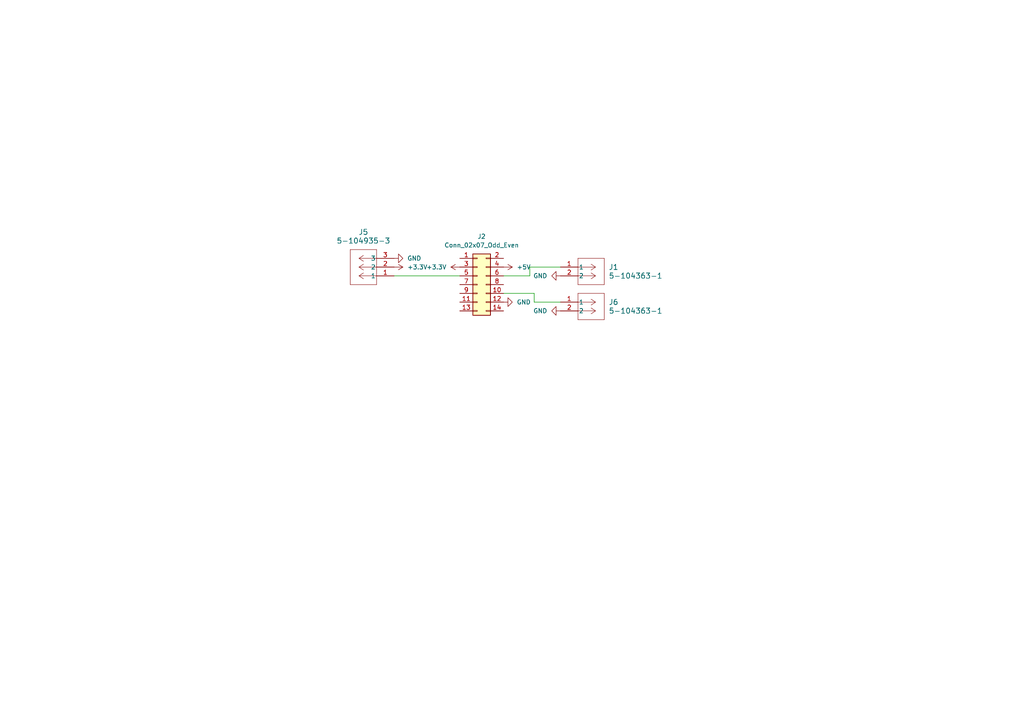
<source format=kicad_sch>
(kicad_sch (version 20230121) (generator eeschema)
  (paper "A4")
  (lib_symbols
    (symbol "2023-10-03_22-41-26:5-104935-3" (pin_names (offset 0.254))
      (property "Reference" "J" (at 8.89 6.35 0))
      (property "Value" "5-104935-3" (at 0 0 0))
      (symbol "5-104935-3_1_1"
        (polyline (pts (xy 5.08 -7.62) (xy 12.7 -7.62)) (stroke (width 0.127)))
        (polyline (pts (xy 5.08 2.54) (xy 5.08 -7.62)) (stroke (width 0.127)))
        (polyline (pts (xy 10.16 -5.08) (xy 5.08 -5.08)) (stroke (width 0.127)))
        (polyline (pts (xy 10.16 -5.08) (xy 8.89 -5.9267)) (stroke (width 0.127)))
        (polyline (pts (xy 10.16 -5.08) (xy 8.89 -4.2333)) (stroke (width 0.127)))
        (polyline (pts (xy 10.16 -2.54) (xy 5.08 -2.54)) (stroke (width 0.127)))
        (polyline (pts (xy 10.16 -2.54) (xy 8.89 -3.3867)) (stroke (width 0.127)))
        (polyline (pts (xy 10.16 -2.54) (xy 8.89 -1.6933)) (stroke (width 0.127)))
        (polyline (pts (xy 10.16 0) (xy 5.08 0)) (stroke (width 0.127)))
        (polyline (pts (xy 10.16 0) (xy 8.89 -0.8467)) (stroke (width 0.127)))
        (polyline (pts (xy 10.16 0) (xy 8.89 0.8467)) (stroke (width 0.127)))
        (polyline (pts (xy 12.7 -7.62) (xy 12.7 2.54)) (stroke (width 0.127)))
        (polyline (pts (xy 12.7 2.54) (xy 5.08 2.54)) (stroke (width 0.127)))
        (pin unspecified line (at 0 0 0) (length 5.08) (name "1") (number "1"))
        (pin unspecified line (at 0 -2.54 0) (length 5.08) (name "2") (number "2"))
        (pin unspecified line (at 0 -5.08 0) (length 5.08) (name "3") (number "3"))
      )
      (symbol "5-104935-3_1_2"
        (polyline (pts (xy 5.08 -7.62) (xy 12.7 -7.62)) (stroke (width 0.127)))
        (polyline (pts (xy 5.08 2.54) (xy 5.08 -7.62)) (stroke (width 0.127)))
        (polyline (pts (xy 7.62 -5.08) (xy 5.08 -5.08)) (stroke (width 0.127)))
        (polyline (pts (xy 7.62 -5.08) (xy 8.89 -5.9267)) (stroke (width 0.127)))
        (polyline (pts (xy 7.62 -5.08) (xy 8.89 -4.2333)) (stroke (width 0.127)))
        (polyline (pts (xy 7.62 -2.54) (xy 5.08 -2.54)) (stroke (width 0.127)))
        (polyline (pts (xy 7.62 -2.54) (xy 8.89 -3.3867)) (stroke (width 0.127)))
        (polyline (pts (xy 7.62 -2.54) (xy 8.89 -1.6933)) (stroke (width 0.127)))
        (polyline (pts (xy 7.62 0) (xy 5.08 0)) (stroke (width 0.127)))
        (polyline (pts (xy 7.62 0) (xy 8.89 -0.8467)) (stroke (width 0.127)))
        (polyline (pts (xy 7.62 0) (xy 8.89 0.8467)) (stroke (width 0.127)))
        (polyline (pts (xy 12.7 -7.62) (xy 12.7 2.54)) (stroke (width 0.127)))
        (polyline (pts (xy 12.7 2.54) (xy 5.08 2.54)) (stroke (width 0.127)))
        (pin unspecified line (at 0 0 0) (length 5.08) (name "1") (number "1"))
        (pin unspecified line (at 0 -2.54 0) (length 5.08) (name "2") (number "2"))
        (pin unspecified line (at 0 -5.08 0) (length 5.08) (name "3") (number "3"))
      )
    )
    (symbol "2023-10-03_23-14-34:5-104363-1" (pin_names (offset 0.254))
      (property "Reference" "J" (at 8.89 6.35 0))
      (property "Value" "5-104363-1" (at 0 0 0))
      (symbol "5-104363-1_1_1"
        (polyline (pts (xy 5.08 -5.08) (xy 12.7 -5.08)) (stroke (width 0.127)))
        (polyline (pts (xy 5.08 2.54) (xy 5.08 -5.08)) (stroke (width 0.127)))
        (polyline (pts (xy 10.16 -2.54) (xy 5.08 -2.54)) (stroke (width 0.127)))
        (polyline (pts (xy 10.16 -2.54) (xy 8.89 -3.3867)) (stroke (width 0.127)))
        (polyline (pts (xy 10.16 -2.54) (xy 8.89 -1.6933)) (stroke (width 0.127)))
        (polyline (pts (xy 10.16 0) (xy 5.08 0)) (stroke (width 0.127)))
        (polyline (pts (xy 10.16 0) (xy 8.89 -0.8467)) (stroke (width 0.127)))
        (polyline (pts (xy 10.16 0) (xy 8.89 0.8467)) (stroke (width 0.127)))
        (polyline (pts (xy 12.7 -5.08) (xy 12.7 2.54)) (stroke (width 0.127)))
        (polyline (pts (xy 12.7 2.54) (xy 5.08 2.54)) (stroke (width 0.127)))
        (pin unspecified line (at 0 0 0) (length 5.08) (name "1") (number "1"))
        (pin unspecified line (at 0 -2.54 0) (length 5.08) (name "2") (number "2"))
      )
      (symbol "5-104363-1_1_2"
        (polyline (pts (xy 5.08 -5.08) (xy 12.7 -5.08)) (stroke (width 0.127)))
        (polyline (pts (xy 5.08 2.54) (xy 5.08 -5.08)) (stroke (width 0.127)))
        (polyline (pts (xy 7.62 -2.54) (xy 5.08 -2.54)) (stroke (width 0.127)))
        (polyline (pts (xy 7.62 -2.54) (xy 8.89 -3.3867)) (stroke (width 0.127)))
        (polyline (pts (xy 7.62 -2.54) (xy 8.89 -1.6933)) (stroke (width 0.127)))
        (polyline (pts (xy 7.62 0) (xy 5.08 0)) (stroke (width 0.127)))
        (polyline (pts (xy 7.62 0) (xy 8.89 -0.8467)) (stroke (width 0.127)))
        (polyline (pts (xy 7.62 0) (xy 8.89 0.8467)) (stroke (width 0.127)))
        (polyline (pts (xy 12.7 -5.08) (xy 12.7 2.54)) (stroke (width 0.127)))
        (polyline (pts (xy 12.7 2.54) (xy 5.08 2.54)) (stroke (width 0.127)))
        (pin unspecified line (at 0 0 0) (length 5.08) (name "1") (number "1"))
        (pin unspecified line (at 0 -2.54 0) (length 5.08) (name "2") (number "2"))
      )
    )
    (symbol "Connector_Generic:Conn_02x07_Odd_Even" (pin_names (offset 1.016) hide)
      (property "Reference" "J" (at 1.27 10.16 0))
      (property "Value" "Conn_02x07_Odd_Even" (at 1.27 -10.16 0))
      (symbol "Conn_02x07_Odd_Even_1_1"
        (rectangle (start -1.27 -7.493) (end 0 -7.747) (stroke (width 0.1524)))
        (rectangle (start -1.27 -4.953) (end 0 -5.207) (stroke (width 0.1524)))
        (rectangle (start -1.27 -2.413) (end 0 -2.667) (stroke (width 0.1524)))
        (rectangle (start -1.27 0.127) (end 0 -0.127) (stroke (width 0.1524)))
        (rectangle (start -1.27 2.667) (end 0 2.413) (stroke (width 0.1524)))
        (rectangle (start -1.27 5.207) (end 0 4.953) (stroke (width 0.1524)))
        (rectangle (start -1.27 7.747) (end 0 7.493) (stroke (width 0.1524)))
        (rectangle (start -1.27 8.89) (end 3.81 -8.89) (stroke (width 0.254)) (fill (type background)))
        (rectangle (start 3.81 -7.493) (end 2.54 -7.747) (stroke (width 0.1524)))
        (rectangle (start 3.81 -4.953) (end 2.54 -5.207) (stroke (width 0.1524)))
        (rectangle (start 3.81 -2.413) (end 2.54 -2.667) (stroke (width 0.1524)))
        (rectangle (start 3.81 0.127) (end 2.54 -0.127) (stroke (width 0.1524)))
        (rectangle (start 3.81 2.667) (end 2.54 2.413) (stroke (width 0.1524)))
        (rectangle (start 3.81 5.207) (end 2.54 4.953) (stroke (width 0.1524)))
        (rectangle (start 3.81 7.747) (end 2.54 7.493) (stroke (width 0.1524)))
        (pin passive line (at -5.08 7.62 0) (length 3.81) (name "Pin_1") (number "1"))
        (pin passive line (at 7.62 -2.54 180) (length 3.81) (name "Pin_10") (number "10"))
        (pin passive line (at -5.08 -5.08 0) (length 3.81) (name "Pin_11") (number "11"))
        (pin passive line (at 7.62 -5.08 180) (length 3.81) (name "Pin_12") (number "12"))
        (pin passive line (at -5.08 -7.62 0) (length 3.81) (name "Pin_13") (number "13"))
        (pin passive line (at 7.62 -7.62 180) (length 3.81) (name "Pin_14") (number "14"))
        (pin passive line (at 7.62 7.62 180) (length 3.81) (name "Pin_2") (number "2"))
        (pin passive line (at -5.08 5.08 0) (length 3.81) (name "Pin_3") (number "3"))
        (pin passive line (at 7.62 5.08 180) (length 3.81) (name "Pin_4") (number "4"))
        (pin passive line (at -5.08 2.54 0) (length 3.81) (name "Pin_5") (number "5"))
        (pin passive line (at 7.62 2.54 180) (length 3.81) (name "Pin_6") (number "6"))
        (pin passive line (at -5.08 0 0) (length 3.81) (name "Pin_7") (number "7"))
        (pin passive line (at 7.62 0 180) (length 3.81) (name "Pin_8") (number "8"))
        (pin passive line (at -5.08 -2.54 0) (length 3.81) (name "Pin_9") (number "9"))
      )
    )
    (symbol "power:+3.3V" (power) (pin_names (offset 0))
      (property "Value" "+3.3V" (at 0 3.556 0))
      (symbol "+3.3V_0_1"
        (polyline (pts (xy -0.762 1.27) (xy 0 2.54)))
        (polyline (pts (xy 0 0) (xy 0 2.54)))
        (polyline (pts (xy 0 2.54) (xy 0.762 1.27)))
      )
      (symbol "+3.3V_1_1"
        (pin power_in line (at 0 0 90) (length 0) hide (name "+3.3V") (number "1"))
      )
    )
    (symbol "power:+5V" (power) (pin_names (offset 0))
      (property "Value" "+5V" (at 0 3.556 0))
      (symbol "+5V_0_1"
        (polyline (pts (xy -0.762 1.27) (xy 0 2.54)))
        (polyline (pts (xy 0 0) (xy 0 2.54)))
        (polyline (pts (xy 0 2.54) (xy 0.762 1.27)))
      )
      (symbol "+5V_1_1"
        (pin power_in line (at 0 0 90) (length 0) hide (name "+5V") (number "1"))
      )
    )
    (symbol "power:GND" (power) (pin_names (offset 0))
      (property "Value" "GND" (at 0 -3.81 0))
      (symbol "GND_0_1"
        (polyline (pts (xy 0 0) (xy 0 -1.27) (xy 1.27 -1.27) (xy 0 -2.54) (xy -1.27 -1.27) (xy 0 -1.27)))
      )
      (symbol "GND_1_1"
        (pin power_in line (at 0 0 270) (length 0) hide (name "GND") (number "1"))
      )
    )
  )
  (wire (pts (xy 154.94 87.63) (xy 162.56 87.63)))
  (wire (pts (xy 146.05 80.01) (xy 153.67 80.01)))
  (wire (pts (xy 146.05 85.09) (xy 154.94 85.09)))
  (wire (pts (xy 154.94 85.09) (xy 154.94 87.63)))
  (wire (pts (xy 153.67 80.01) (xy 153.67 77.47)))
  (wire (pts (xy 114.3 80.01) (xy 133.35 80.01)))
  (wire (pts (xy 153.67 77.47) (xy 162.56 77.47)))
  (symbol (lib_id "power:GND") (at 162.56 80.01 270) (unit 1)
    (property "Reference" "#PWR07" (effects hide))
    (property "Value" "GND" (at 158.75 80.01 90) (effects (justify right)))
  )
  (symbol (lib_id "2023-10-03_23-14-34:5-104363-1") (at 162.56 77.47 0) (unit 1)
    (property "Reference" "J1" (at 176.53 77.47 0) (effects (font (size 1.524 1.524)) (justify left)))
    (property "Value" "5-104363-1" (at 176.53 80.01 0) (effects (font (size 1.524 1.524)) (justify left)))
    (property "Footprint" "CONN_5-104363-1_TYCO" (effects hide))
    (property "Datasheet" "5-104363-1" (effects hide))
  )
  (symbol (lib_id "power:GND") (at 114.3 74.93 90) (unit 1)
    (property "Reference" "#PWR05" (effects hide))
    (property "Value" "GND" (at 118.11 74.93 90) (effects (justify right)))
  )
  (symbol (lib_id "power:+3.3V") (at 133.35 77.47 90) (unit 1)
    (property "Reference" "#PWR01" (effects hide))
    (property "Value" "+3.3V" (at 129.54 77.47 90) (effects (justify left)))
  )
  (symbol (lib_id "power:+3.3V") (at 114.3 77.47 270) (unit 1)
    (property "Reference" "#PWR04" (effects hide))
    (property "Value" "+3.3V" (at 118.11 77.47 90) (effects (justify left)))
  )
  (symbol (lib_id "Connector_Generic:Conn_02x07_Odd_Even") (at 138.43 82.55 0) (unit 1)
    (property "Reference" "J2" (at 139.7 68.58 0))
    (property "Value" "Conn_02x07_Odd_Even" (at 139.7 71.12 0))
    (property "Footprint" "Connector_PinSocket_1.27mm:PinSocket_2x07_P1.27mm_Vertical" (effects hide))
  )
  (symbol (lib_id "power:GND") (at 162.56 90.17 270) (unit 1)
    (property "Reference" "#PWR06" (effects hide))
    (property "Value" "GND" (at 158.75 90.17 90) (effects (justify right)))
  )
  (symbol (lib_id "2023-10-03_22-41-26:5-104935-3") (at 114.3 80.01 180) (unit 1)
    (property "Reference" "J5" (at 105.41 67.31 0) (effects (font (size 1.524 1.524))))
    (property "Value" "5-104935-3" (at 105.41 69.85 0) (effects (font (size 1.524 1.524))))
    (property "Footprint" "footprints:CONN_5-104935-3_TYCO" (effects hide))
    (property "Datasheet" "5-104935-3" (effects hide))
  )
  (symbol (lib_id "power:GND") (at 146.05 87.63 90) (unit 1)
    (property "Reference" "#PWR03" (effects hide))
    (property "Value" "GND" (at 149.86 87.63 90) (effects (justify right)))
  )
  (symbol (lib_id "2023-10-03_23-14-34:5-104363-1") (at 162.56 87.63 0) (unit 1)
    (property "Reference" "J6" (at 176.53 87.63 0) (effects (font (size 1.524 1.524)) (justify left)))
    (property "Value" "5-104363-1" (at 176.53 90.17 0) (effects (font (size 1.524 1.524)) (justify left)))
    (property "Footprint" "CONN_5-104363-1_TYCO" (effects hide))
    (property "Datasheet" "5-104363-1" (effects hide))
  )
  (symbol (lib_id "power:+5V") (at 146.05 77.47 270) (unit 1)
    (property "Reference" "#PWR02" (effects hide))
    (property "Value" "+5V" (at 149.86 77.47 90) (effects (justify left)))
  )
)
</source>
